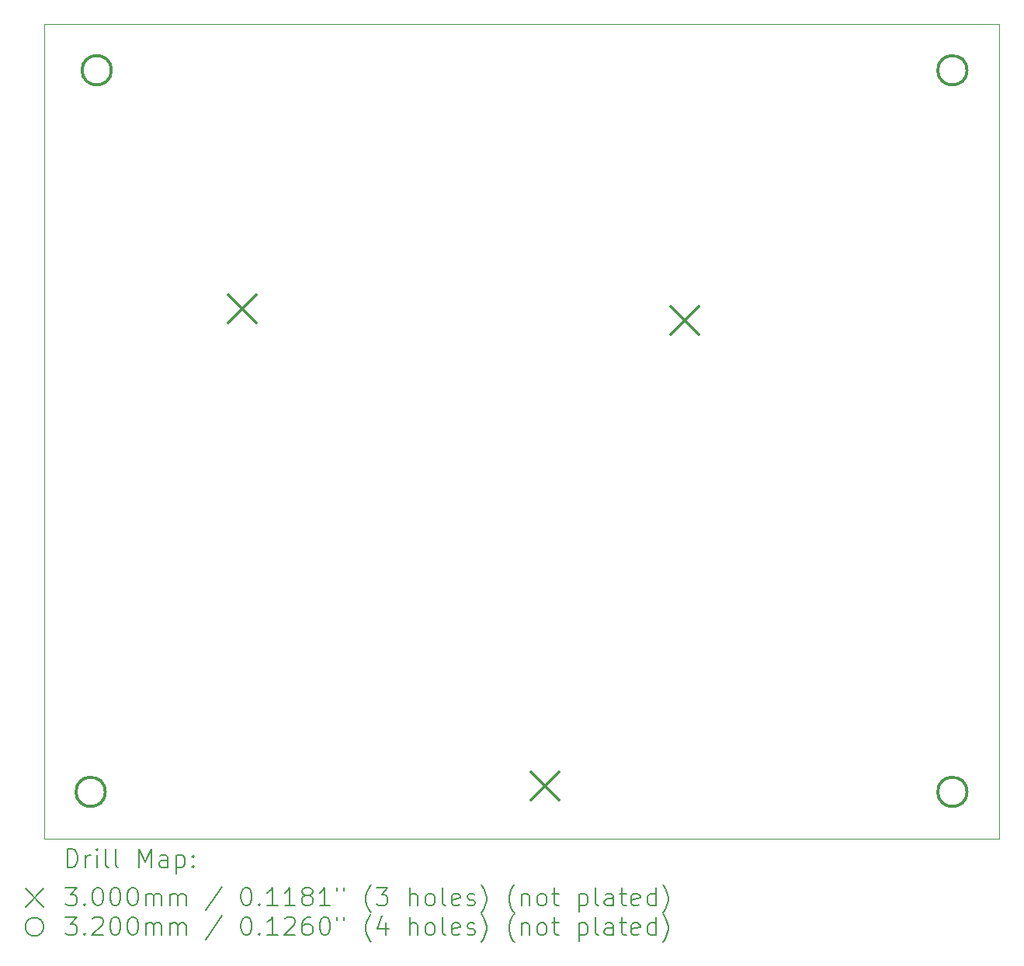
<source format=gbr>
%TF.GenerationSoftware,KiCad,Pcbnew,(6.0.11)*%
%TF.CreationDate,2023-03-02T21:40:19-06:00*%
%TF.ProjectId,STM,53544d2e-6b69-4636-9164-5f7063625858,rev?*%
%TF.SameCoordinates,Original*%
%TF.FileFunction,Drillmap*%
%TF.FilePolarity,Positive*%
%FSLAX45Y45*%
G04 Gerber Fmt 4.5, Leading zero omitted, Abs format (unit mm)*
G04 Created by KiCad (PCBNEW (6.0.11)) date 2023-03-02 21:40:19*
%MOMM*%
%LPD*%
G01*
G04 APERTURE LIST*
%ADD10C,0.100000*%
%ADD11C,0.200000*%
%ADD12C,0.300000*%
%ADD13C,0.320000*%
G04 APERTURE END LIST*
D10*
X5334000Y-14478000D02*
X15748000Y-14478000D01*
X5334000Y-5588000D02*
X5334000Y-14478000D01*
X15748000Y-5588000D02*
X5334000Y-5588000D01*
X15748000Y-14478000D02*
X15748000Y-5588000D01*
D11*
D12*
X7343000Y-8551000D02*
X7643000Y-8851000D01*
X7643000Y-8551000D02*
X7343000Y-8851000D01*
X10645000Y-13758000D02*
X10945000Y-14058000D01*
X10945000Y-13758000D02*
X10645000Y-14058000D01*
X12169000Y-8678000D02*
X12469000Y-8978000D01*
X12469000Y-8678000D02*
X12169000Y-8978000D01*
D13*
X6002000Y-13970000D02*
G75*
G03*
X6002000Y-13970000I-160000J0D01*
G01*
X6068000Y-6096000D02*
G75*
G03*
X6068000Y-6096000I-160000J0D01*
G01*
X15400000Y-6096000D02*
G75*
G03*
X15400000Y-6096000I-160000J0D01*
G01*
X15400000Y-13970000D02*
G75*
G03*
X15400000Y-13970000I-160000J0D01*
G01*
D11*
X5586619Y-14793476D02*
X5586619Y-14593476D01*
X5634238Y-14593476D01*
X5662809Y-14603000D01*
X5681857Y-14622048D01*
X5691381Y-14641095D01*
X5700905Y-14679190D01*
X5700905Y-14707762D01*
X5691381Y-14745857D01*
X5681857Y-14764905D01*
X5662809Y-14783952D01*
X5634238Y-14793476D01*
X5586619Y-14793476D01*
X5786619Y-14793476D02*
X5786619Y-14660143D01*
X5786619Y-14698238D02*
X5796143Y-14679190D01*
X5805667Y-14669667D01*
X5824714Y-14660143D01*
X5843762Y-14660143D01*
X5910428Y-14793476D02*
X5910428Y-14660143D01*
X5910428Y-14593476D02*
X5900905Y-14603000D01*
X5910428Y-14612524D01*
X5919952Y-14603000D01*
X5910428Y-14593476D01*
X5910428Y-14612524D01*
X6034238Y-14793476D02*
X6015190Y-14783952D01*
X6005667Y-14764905D01*
X6005667Y-14593476D01*
X6139000Y-14793476D02*
X6119952Y-14783952D01*
X6110428Y-14764905D01*
X6110428Y-14593476D01*
X6367571Y-14793476D02*
X6367571Y-14593476D01*
X6434238Y-14736333D01*
X6500905Y-14593476D01*
X6500905Y-14793476D01*
X6681857Y-14793476D02*
X6681857Y-14688714D01*
X6672333Y-14669667D01*
X6653286Y-14660143D01*
X6615190Y-14660143D01*
X6596143Y-14669667D01*
X6681857Y-14783952D02*
X6662809Y-14793476D01*
X6615190Y-14793476D01*
X6596143Y-14783952D01*
X6586619Y-14764905D01*
X6586619Y-14745857D01*
X6596143Y-14726809D01*
X6615190Y-14717286D01*
X6662809Y-14717286D01*
X6681857Y-14707762D01*
X6777095Y-14660143D02*
X6777095Y-14860143D01*
X6777095Y-14669667D02*
X6796143Y-14660143D01*
X6834238Y-14660143D01*
X6853286Y-14669667D01*
X6862809Y-14679190D01*
X6872333Y-14698238D01*
X6872333Y-14755381D01*
X6862809Y-14774428D01*
X6853286Y-14783952D01*
X6834238Y-14793476D01*
X6796143Y-14793476D01*
X6777095Y-14783952D01*
X6958048Y-14774428D02*
X6967571Y-14783952D01*
X6958048Y-14793476D01*
X6948524Y-14783952D01*
X6958048Y-14774428D01*
X6958048Y-14793476D01*
X6958048Y-14669667D02*
X6967571Y-14679190D01*
X6958048Y-14688714D01*
X6948524Y-14679190D01*
X6958048Y-14669667D01*
X6958048Y-14688714D01*
X5129000Y-15023000D02*
X5329000Y-15223000D01*
X5329000Y-15023000D02*
X5129000Y-15223000D01*
X5567571Y-15013476D02*
X5691381Y-15013476D01*
X5624714Y-15089667D01*
X5653286Y-15089667D01*
X5672333Y-15099190D01*
X5681857Y-15108714D01*
X5691381Y-15127762D01*
X5691381Y-15175381D01*
X5681857Y-15194428D01*
X5672333Y-15203952D01*
X5653286Y-15213476D01*
X5596143Y-15213476D01*
X5577095Y-15203952D01*
X5567571Y-15194428D01*
X5777095Y-15194428D02*
X5786619Y-15203952D01*
X5777095Y-15213476D01*
X5767571Y-15203952D01*
X5777095Y-15194428D01*
X5777095Y-15213476D01*
X5910428Y-15013476D02*
X5929476Y-15013476D01*
X5948524Y-15023000D01*
X5958048Y-15032524D01*
X5967571Y-15051571D01*
X5977095Y-15089667D01*
X5977095Y-15137286D01*
X5967571Y-15175381D01*
X5958048Y-15194428D01*
X5948524Y-15203952D01*
X5929476Y-15213476D01*
X5910428Y-15213476D01*
X5891381Y-15203952D01*
X5881857Y-15194428D01*
X5872333Y-15175381D01*
X5862809Y-15137286D01*
X5862809Y-15089667D01*
X5872333Y-15051571D01*
X5881857Y-15032524D01*
X5891381Y-15023000D01*
X5910428Y-15013476D01*
X6100905Y-15013476D02*
X6119952Y-15013476D01*
X6139000Y-15023000D01*
X6148524Y-15032524D01*
X6158048Y-15051571D01*
X6167571Y-15089667D01*
X6167571Y-15137286D01*
X6158048Y-15175381D01*
X6148524Y-15194428D01*
X6139000Y-15203952D01*
X6119952Y-15213476D01*
X6100905Y-15213476D01*
X6081857Y-15203952D01*
X6072333Y-15194428D01*
X6062809Y-15175381D01*
X6053286Y-15137286D01*
X6053286Y-15089667D01*
X6062809Y-15051571D01*
X6072333Y-15032524D01*
X6081857Y-15023000D01*
X6100905Y-15013476D01*
X6291381Y-15013476D02*
X6310428Y-15013476D01*
X6329476Y-15023000D01*
X6339000Y-15032524D01*
X6348524Y-15051571D01*
X6358048Y-15089667D01*
X6358048Y-15137286D01*
X6348524Y-15175381D01*
X6339000Y-15194428D01*
X6329476Y-15203952D01*
X6310428Y-15213476D01*
X6291381Y-15213476D01*
X6272333Y-15203952D01*
X6262809Y-15194428D01*
X6253286Y-15175381D01*
X6243762Y-15137286D01*
X6243762Y-15089667D01*
X6253286Y-15051571D01*
X6262809Y-15032524D01*
X6272333Y-15023000D01*
X6291381Y-15013476D01*
X6443762Y-15213476D02*
X6443762Y-15080143D01*
X6443762Y-15099190D02*
X6453286Y-15089667D01*
X6472333Y-15080143D01*
X6500905Y-15080143D01*
X6519952Y-15089667D01*
X6529476Y-15108714D01*
X6529476Y-15213476D01*
X6529476Y-15108714D02*
X6539000Y-15089667D01*
X6558048Y-15080143D01*
X6586619Y-15080143D01*
X6605667Y-15089667D01*
X6615190Y-15108714D01*
X6615190Y-15213476D01*
X6710428Y-15213476D02*
X6710428Y-15080143D01*
X6710428Y-15099190D02*
X6719952Y-15089667D01*
X6739000Y-15080143D01*
X6767571Y-15080143D01*
X6786619Y-15089667D01*
X6796143Y-15108714D01*
X6796143Y-15213476D01*
X6796143Y-15108714D02*
X6805667Y-15089667D01*
X6824714Y-15080143D01*
X6853286Y-15080143D01*
X6872333Y-15089667D01*
X6881857Y-15108714D01*
X6881857Y-15213476D01*
X7272333Y-15003952D02*
X7100905Y-15261095D01*
X7529476Y-15013476D02*
X7548524Y-15013476D01*
X7567571Y-15023000D01*
X7577095Y-15032524D01*
X7586619Y-15051571D01*
X7596143Y-15089667D01*
X7596143Y-15137286D01*
X7586619Y-15175381D01*
X7577095Y-15194428D01*
X7567571Y-15203952D01*
X7548524Y-15213476D01*
X7529476Y-15213476D01*
X7510428Y-15203952D01*
X7500905Y-15194428D01*
X7491381Y-15175381D01*
X7481857Y-15137286D01*
X7481857Y-15089667D01*
X7491381Y-15051571D01*
X7500905Y-15032524D01*
X7510428Y-15023000D01*
X7529476Y-15013476D01*
X7681857Y-15194428D02*
X7691381Y-15203952D01*
X7681857Y-15213476D01*
X7672333Y-15203952D01*
X7681857Y-15194428D01*
X7681857Y-15213476D01*
X7881857Y-15213476D02*
X7767571Y-15213476D01*
X7824714Y-15213476D02*
X7824714Y-15013476D01*
X7805667Y-15042048D01*
X7786619Y-15061095D01*
X7767571Y-15070619D01*
X8072333Y-15213476D02*
X7958048Y-15213476D01*
X8015190Y-15213476D02*
X8015190Y-15013476D01*
X7996143Y-15042048D01*
X7977095Y-15061095D01*
X7958048Y-15070619D01*
X8186619Y-15099190D02*
X8167571Y-15089667D01*
X8158048Y-15080143D01*
X8148524Y-15061095D01*
X8148524Y-15051571D01*
X8158048Y-15032524D01*
X8167571Y-15023000D01*
X8186619Y-15013476D01*
X8224714Y-15013476D01*
X8243762Y-15023000D01*
X8253286Y-15032524D01*
X8262809Y-15051571D01*
X8262809Y-15061095D01*
X8253286Y-15080143D01*
X8243762Y-15089667D01*
X8224714Y-15099190D01*
X8186619Y-15099190D01*
X8167571Y-15108714D01*
X8158048Y-15118238D01*
X8148524Y-15137286D01*
X8148524Y-15175381D01*
X8158048Y-15194428D01*
X8167571Y-15203952D01*
X8186619Y-15213476D01*
X8224714Y-15213476D01*
X8243762Y-15203952D01*
X8253286Y-15194428D01*
X8262809Y-15175381D01*
X8262809Y-15137286D01*
X8253286Y-15118238D01*
X8243762Y-15108714D01*
X8224714Y-15099190D01*
X8453286Y-15213476D02*
X8339000Y-15213476D01*
X8396143Y-15213476D02*
X8396143Y-15013476D01*
X8377095Y-15042048D01*
X8358048Y-15061095D01*
X8339000Y-15070619D01*
X8529476Y-15013476D02*
X8529476Y-15051571D01*
X8605667Y-15013476D02*
X8605667Y-15051571D01*
X8900905Y-15289667D02*
X8891381Y-15280143D01*
X8872333Y-15251571D01*
X8862810Y-15232524D01*
X8853286Y-15203952D01*
X8843762Y-15156333D01*
X8843762Y-15118238D01*
X8853286Y-15070619D01*
X8862810Y-15042048D01*
X8872333Y-15023000D01*
X8891381Y-14994428D01*
X8900905Y-14984905D01*
X8958048Y-15013476D02*
X9081857Y-15013476D01*
X9015190Y-15089667D01*
X9043762Y-15089667D01*
X9062810Y-15099190D01*
X9072333Y-15108714D01*
X9081857Y-15127762D01*
X9081857Y-15175381D01*
X9072333Y-15194428D01*
X9062810Y-15203952D01*
X9043762Y-15213476D01*
X8986619Y-15213476D01*
X8967571Y-15203952D01*
X8958048Y-15194428D01*
X9319952Y-15213476D02*
X9319952Y-15013476D01*
X9405667Y-15213476D02*
X9405667Y-15108714D01*
X9396143Y-15089667D01*
X9377095Y-15080143D01*
X9348524Y-15080143D01*
X9329476Y-15089667D01*
X9319952Y-15099190D01*
X9529476Y-15213476D02*
X9510429Y-15203952D01*
X9500905Y-15194428D01*
X9491381Y-15175381D01*
X9491381Y-15118238D01*
X9500905Y-15099190D01*
X9510429Y-15089667D01*
X9529476Y-15080143D01*
X9558048Y-15080143D01*
X9577095Y-15089667D01*
X9586619Y-15099190D01*
X9596143Y-15118238D01*
X9596143Y-15175381D01*
X9586619Y-15194428D01*
X9577095Y-15203952D01*
X9558048Y-15213476D01*
X9529476Y-15213476D01*
X9710429Y-15213476D02*
X9691381Y-15203952D01*
X9681857Y-15184905D01*
X9681857Y-15013476D01*
X9862810Y-15203952D02*
X9843762Y-15213476D01*
X9805667Y-15213476D01*
X9786619Y-15203952D01*
X9777095Y-15184905D01*
X9777095Y-15108714D01*
X9786619Y-15089667D01*
X9805667Y-15080143D01*
X9843762Y-15080143D01*
X9862810Y-15089667D01*
X9872333Y-15108714D01*
X9872333Y-15127762D01*
X9777095Y-15146809D01*
X9948524Y-15203952D02*
X9967571Y-15213476D01*
X10005667Y-15213476D01*
X10024714Y-15203952D01*
X10034238Y-15184905D01*
X10034238Y-15175381D01*
X10024714Y-15156333D01*
X10005667Y-15146809D01*
X9977095Y-15146809D01*
X9958048Y-15137286D01*
X9948524Y-15118238D01*
X9948524Y-15108714D01*
X9958048Y-15089667D01*
X9977095Y-15080143D01*
X10005667Y-15080143D01*
X10024714Y-15089667D01*
X10100905Y-15289667D02*
X10110429Y-15280143D01*
X10129476Y-15251571D01*
X10139000Y-15232524D01*
X10148524Y-15203952D01*
X10158048Y-15156333D01*
X10158048Y-15118238D01*
X10148524Y-15070619D01*
X10139000Y-15042048D01*
X10129476Y-15023000D01*
X10110429Y-14994428D01*
X10100905Y-14984905D01*
X10462810Y-15289667D02*
X10453286Y-15280143D01*
X10434238Y-15251571D01*
X10424714Y-15232524D01*
X10415190Y-15203952D01*
X10405667Y-15156333D01*
X10405667Y-15118238D01*
X10415190Y-15070619D01*
X10424714Y-15042048D01*
X10434238Y-15023000D01*
X10453286Y-14994428D01*
X10462810Y-14984905D01*
X10539000Y-15080143D02*
X10539000Y-15213476D01*
X10539000Y-15099190D02*
X10548524Y-15089667D01*
X10567571Y-15080143D01*
X10596143Y-15080143D01*
X10615190Y-15089667D01*
X10624714Y-15108714D01*
X10624714Y-15213476D01*
X10748524Y-15213476D02*
X10729476Y-15203952D01*
X10719952Y-15194428D01*
X10710429Y-15175381D01*
X10710429Y-15118238D01*
X10719952Y-15099190D01*
X10729476Y-15089667D01*
X10748524Y-15080143D01*
X10777095Y-15080143D01*
X10796143Y-15089667D01*
X10805667Y-15099190D01*
X10815190Y-15118238D01*
X10815190Y-15175381D01*
X10805667Y-15194428D01*
X10796143Y-15203952D01*
X10777095Y-15213476D01*
X10748524Y-15213476D01*
X10872333Y-15080143D02*
X10948524Y-15080143D01*
X10900905Y-15013476D02*
X10900905Y-15184905D01*
X10910429Y-15203952D01*
X10929476Y-15213476D01*
X10948524Y-15213476D01*
X11167571Y-15080143D02*
X11167571Y-15280143D01*
X11167571Y-15089667D02*
X11186619Y-15080143D01*
X11224714Y-15080143D01*
X11243762Y-15089667D01*
X11253286Y-15099190D01*
X11262809Y-15118238D01*
X11262809Y-15175381D01*
X11253286Y-15194428D01*
X11243762Y-15203952D01*
X11224714Y-15213476D01*
X11186619Y-15213476D01*
X11167571Y-15203952D01*
X11377095Y-15213476D02*
X11358048Y-15203952D01*
X11348524Y-15184905D01*
X11348524Y-15013476D01*
X11539000Y-15213476D02*
X11539000Y-15108714D01*
X11529476Y-15089667D01*
X11510428Y-15080143D01*
X11472333Y-15080143D01*
X11453286Y-15089667D01*
X11539000Y-15203952D02*
X11519952Y-15213476D01*
X11472333Y-15213476D01*
X11453286Y-15203952D01*
X11443762Y-15184905D01*
X11443762Y-15165857D01*
X11453286Y-15146809D01*
X11472333Y-15137286D01*
X11519952Y-15137286D01*
X11539000Y-15127762D01*
X11605667Y-15080143D02*
X11681857Y-15080143D01*
X11634238Y-15013476D02*
X11634238Y-15184905D01*
X11643762Y-15203952D01*
X11662809Y-15213476D01*
X11681857Y-15213476D01*
X11824714Y-15203952D02*
X11805667Y-15213476D01*
X11767571Y-15213476D01*
X11748524Y-15203952D01*
X11739000Y-15184905D01*
X11739000Y-15108714D01*
X11748524Y-15089667D01*
X11767571Y-15080143D01*
X11805667Y-15080143D01*
X11824714Y-15089667D01*
X11834238Y-15108714D01*
X11834238Y-15127762D01*
X11739000Y-15146809D01*
X12005667Y-15213476D02*
X12005667Y-15013476D01*
X12005667Y-15203952D02*
X11986619Y-15213476D01*
X11948524Y-15213476D01*
X11929476Y-15203952D01*
X11919952Y-15194428D01*
X11910428Y-15175381D01*
X11910428Y-15118238D01*
X11919952Y-15099190D01*
X11929476Y-15089667D01*
X11948524Y-15080143D01*
X11986619Y-15080143D01*
X12005667Y-15089667D01*
X12081857Y-15289667D02*
X12091381Y-15280143D01*
X12110428Y-15251571D01*
X12119952Y-15232524D01*
X12129476Y-15203952D01*
X12139000Y-15156333D01*
X12139000Y-15118238D01*
X12129476Y-15070619D01*
X12119952Y-15042048D01*
X12110428Y-15023000D01*
X12091381Y-14994428D01*
X12081857Y-14984905D01*
X5329000Y-15443000D02*
G75*
G03*
X5329000Y-15443000I-100000J0D01*
G01*
X5567571Y-15333476D02*
X5691381Y-15333476D01*
X5624714Y-15409667D01*
X5653286Y-15409667D01*
X5672333Y-15419190D01*
X5681857Y-15428714D01*
X5691381Y-15447762D01*
X5691381Y-15495381D01*
X5681857Y-15514428D01*
X5672333Y-15523952D01*
X5653286Y-15533476D01*
X5596143Y-15533476D01*
X5577095Y-15523952D01*
X5567571Y-15514428D01*
X5777095Y-15514428D02*
X5786619Y-15523952D01*
X5777095Y-15533476D01*
X5767571Y-15523952D01*
X5777095Y-15514428D01*
X5777095Y-15533476D01*
X5862809Y-15352524D02*
X5872333Y-15343000D01*
X5891381Y-15333476D01*
X5939000Y-15333476D01*
X5958048Y-15343000D01*
X5967571Y-15352524D01*
X5977095Y-15371571D01*
X5977095Y-15390619D01*
X5967571Y-15419190D01*
X5853286Y-15533476D01*
X5977095Y-15533476D01*
X6100905Y-15333476D02*
X6119952Y-15333476D01*
X6139000Y-15343000D01*
X6148524Y-15352524D01*
X6158048Y-15371571D01*
X6167571Y-15409667D01*
X6167571Y-15457286D01*
X6158048Y-15495381D01*
X6148524Y-15514428D01*
X6139000Y-15523952D01*
X6119952Y-15533476D01*
X6100905Y-15533476D01*
X6081857Y-15523952D01*
X6072333Y-15514428D01*
X6062809Y-15495381D01*
X6053286Y-15457286D01*
X6053286Y-15409667D01*
X6062809Y-15371571D01*
X6072333Y-15352524D01*
X6081857Y-15343000D01*
X6100905Y-15333476D01*
X6291381Y-15333476D02*
X6310428Y-15333476D01*
X6329476Y-15343000D01*
X6339000Y-15352524D01*
X6348524Y-15371571D01*
X6358048Y-15409667D01*
X6358048Y-15457286D01*
X6348524Y-15495381D01*
X6339000Y-15514428D01*
X6329476Y-15523952D01*
X6310428Y-15533476D01*
X6291381Y-15533476D01*
X6272333Y-15523952D01*
X6262809Y-15514428D01*
X6253286Y-15495381D01*
X6243762Y-15457286D01*
X6243762Y-15409667D01*
X6253286Y-15371571D01*
X6262809Y-15352524D01*
X6272333Y-15343000D01*
X6291381Y-15333476D01*
X6443762Y-15533476D02*
X6443762Y-15400143D01*
X6443762Y-15419190D02*
X6453286Y-15409667D01*
X6472333Y-15400143D01*
X6500905Y-15400143D01*
X6519952Y-15409667D01*
X6529476Y-15428714D01*
X6529476Y-15533476D01*
X6529476Y-15428714D02*
X6539000Y-15409667D01*
X6558048Y-15400143D01*
X6586619Y-15400143D01*
X6605667Y-15409667D01*
X6615190Y-15428714D01*
X6615190Y-15533476D01*
X6710428Y-15533476D02*
X6710428Y-15400143D01*
X6710428Y-15419190D02*
X6719952Y-15409667D01*
X6739000Y-15400143D01*
X6767571Y-15400143D01*
X6786619Y-15409667D01*
X6796143Y-15428714D01*
X6796143Y-15533476D01*
X6796143Y-15428714D02*
X6805667Y-15409667D01*
X6824714Y-15400143D01*
X6853286Y-15400143D01*
X6872333Y-15409667D01*
X6881857Y-15428714D01*
X6881857Y-15533476D01*
X7272333Y-15323952D02*
X7100905Y-15581095D01*
X7529476Y-15333476D02*
X7548524Y-15333476D01*
X7567571Y-15343000D01*
X7577095Y-15352524D01*
X7586619Y-15371571D01*
X7596143Y-15409667D01*
X7596143Y-15457286D01*
X7586619Y-15495381D01*
X7577095Y-15514428D01*
X7567571Y-15523952D01*
X7548524Y-15533476D01*
X7529476Y-15533476D01*
X7510428Y-15523952D01*
X7500905Y-15514428D01*
X7491381Y-15495381D01*
X7481857Y-15457286D01*
X7481857Y-15409667D01*
X7491381Y-15371571D01*
X7500905Y-15352524D01*
X7510428Y-15343000D01*
X7529476Y-15333476D01*
X7681857Y-15514428D02*
X7691381Y-15523952D01*
X7681857Y-15533476D01*
X7672333Y-15523952D01*
X7681857Y-15514428D01*
X7681857Y-15533476D01*
X7881857Y-15533476D02*
X7767571Y-15533476D01*
X7824714Y-15533476D02*
X7824714Y-15333476D01*
X7805667Y-15362048D01*
X7786619Y-15381095D01*
X7767571Y-15390619D01*
X7958048Y-15352524D02*
X7967571Y-15343000D01*
X7986619Y-15333476D01*
X8034238Y-15333476D01*
X8053286Y-15343000D01*
X8062809Y-15352524D01*
X8072333Y-15371571D01*
X8072333Y-15390619D01*
X8062809Y-15419190D01*
X7948524Y-15533476D01*
X8072333Y-15533476D01*
X8243762Y-15333476D02*
X8205667Y-15333476D01*
X8186619Y-15343000D01*
X8177095Y-15352524D01*
X8158048Y-15381095D01*
X8148524Y-15419190D01*
X8148524Y-15495381D01*
X8158048Y-15514428D01*
X8167571Y-15523952D01*
X8186619Y-15533476D01*
X8224714Y-15533476D01*
X8243762Y-15523952D01*
X8253286Y-15514428D01*
X8262809Y-15495381D01*
X8262809Y-15447762D01*
X8253286Y-15428714D01*
X8243762Y-15419190D01*
X8224714Y-15409667D01*
X8186619Y-15409667D01*
X8167571Y-15419190D01*
X8158048Y-15428714D01*
X8148524Y-15447762D01*
X8386619Y-15333476D02*
X8405667Y-15333476D01*
X8424714Y-15343000D01*
X8434238Y-15352524D01*
X8443762Y-15371571D01*
X8453286Y-15409667D01*
X8453286Y-15457286D01*
X8443762Y-15495381D01*
X8434238Y-15514428D01*
X8424714Y-15523952D01*
X8405667Y-15533476D01*
X8386619Y-15533476D01*
X8367571Y-15523952D01*
X8358048Y-15514428D01*
X8348524Y-15495381D01*
X8339000Y-15457286D01*
X8339000Y-15409667D01*
X8348524Y-15371571D01*
X8358048Y-15352524D01*
X8367571Y-15343000D01*
X8386619Y-15333476D01*
X8529476Y-15333476D02*
X8529476Y-15371571D01*
X8605667Y-15333476D02*
X8605667Y-15371571D01*
X8900905Y-15609667D02*
X8891381Y-15600143D01*
X8872333Y-15571571D01*
X8862810Y-15552524D01*
X8853286Y-15523952D01*
X8843762Y-15476333D01*
X8843762Y-15438238D01*
X8853286Y-15390619D01*
X8862810Y-15362048D01*
X8872333Y-15343000D01*
X8891381Y-15314428D01*
X8900905Y-15304905D01*
X9062810Y-15400143D02*
X9062810Y-15533476D01*
X9015190Y-15323952D02*
X8967571Y-15466809D01*
X9091381Y-15466809D01*
X9319952Y-15533476D02*
X9319952Y-15333476D01*
X9405667Y-15533476D02*
X9405667Y-15428714D01*
X9396143Y-15409667D01*
X9377095Y-15400143D01*
X9348524Y-15400143D01*
X9329476Y-15409667D01*
X9319952Y-15419190D01*
X9529476Y-15533476D02*
X9510429Y-15523952D01*
X9500905Y-15514428D01*
X9491381Y-15495381D01*
X9491381Y-15438238D01*
X9500905Y-15419190D01*
X9510429Y-15409667D01*
X9529476Y-15400143D01*
X9558048Y-15400143D01*
X9577095Y-15409667D01*
X9586619Y-15419190D01*
X9596143Y-15438238D01*
X9596143Y-15495381D01*
X9586619Y-15514428D01*
X9577095Y-15523952D01*
X9558048Y-15533476D01*
X9529476Y-15533476D01*
X9710429Y-15533476D02*
X9691381Y-15523952D01*
X9681857Y-15504905D01*
X9681857Y-15333476D01*
X9862810Y-15523952D02*
X9843762Y-15533476D01*
X9805667Y-15533476D01*
X9786619Y-15523952D01*
X9777095Y-15504905D01*
X9777095Y-15428714D01*
X9786619Y-15409667D01*
X9805667Y-15400143D01*
X9843762Y-15400143D01*
X9862810Y-15409667D01*
X9872333Y-15428714D01*
X9872333Y-15447762D01*
X9777095Y-15466809D01*
X9948524Y-15523952D02*
X9967571Y-15533476D01*
X10005667Y-15533476D01*
X10024714Y-15523952D01*
X10034238Y-15504905D01*
X10034238Y-15495381D01*
X10024714Y-15476333D01*
X10005667Y-15466809D01*
X9977095Y-15466809D01*
X9958048Y-15457286D01*
X9948524Y-15438238D01*
X9948524Y-15428714D01*
X9958048Y-15409667D01*
X9977095Y-15400143D01*
X10005667Y-15400143D01*
X10024714Y-15409667D01*
X10100905Y-15609667D02*
X10110429Y-15600143D01*
X10129476Y-15571571D01*
X10139000Y-15552524D01*
X10148524Y-15523952D01*
X10158048Y-15476333D01*
X10158048Y-15438238D01*
X10148524Y-15390619D01*
X10139000Y-15362048D01*
X10129476Y-15343000D01*
X10110429Y-15314428D01*
X10100905Y-15304905D01*
X10462810Y-15609667D02*
X10453286Y-15600143D01*
X10434238Y-15571571D01*
X10424714Y-15552524D01*
X10415190Y-15523952D01*
X10405667Y-15476333D01*
X10405667Y-15438238D01*
X10415190Y-15390619D01*
X10424714Y-15362048D01*
X10434238Y-15343000D01*
X10453286Y-15314428D01*
X10462810Y-15304905D01*
X10539000Y-15400143D02*
X10539000Y-15533476D01*
X10539000Y-15419190D02*
X10548524Y-15409667D01*
X10567571Y-15400143D01*
X10596143Y-15400143D01*
X10615190Y-15409667D01*
X10624714Y-15428714D01*
X10624714Y-15533476D01*
X10748524Y-15533476D02*
X10729476Y-15523952D01*
X10719952Y-15514428D01*
X10710429Y-15495381D01*
X10710429Y-15438238D01*
X10719952Y-15419190D01*
X10729476Y-15409667D01*
X10748524Y-15400143D01*
X10777095Y-15400143D01*
X10796143Y-15409667D01*
X10805667Y-15419190D01*
X10815190Y-15438238D01*
X10815190Y-15495381D01*
X10805667Y-15514428D01*
X10796143Y-15523952D01*
X10777095Y-15533476D01*
X10748524Y-15533476D01*
X10872333Y-15400143D02*
X10948524Y-15400143D01*
X10900905Y-15333476D02*
X10900905Y-15504905D01*
X10910429Y-15523952D01*
X10929476Y-15533476D01*
X10948524Y-15533476D01*
X11167571Y-15400143D02*
X11167571Y-15600143D01*
X11167571Y-15409667D02*
X11186619Y-15400143D01*
X11224714Y-15400143D01*
X11243762Y-15409667D01*
X11253286Y-15419190D01*
X11262809Y-15438238D01*
X11262809Y-15495381D01*
X11253286Y-15514428D01*
X11243762Y-15523952D01*
X11224714Y-15533476D01*
X11186619Y-15533476D01*
X11167571Y-15523952D01*
X11377095Y-15533476D02*
X11358048Y-15523952D01*
X11348524Y-15504905D01*
X11348524Y-15333476D01*
X11539000Y-15533476D02*
X11539000Y-15428714D01*
X11529476Y-15409667D01*
X11510428Y-15400143D01*
X11472333Y-15400143D01*
X11453286Y-15409667D01*
X11539000Y-15523952D02*
X11519952Y-15533476D01*
X11472333Y-15533476D01*
X11453286Y-15523952D01*
X11443762Y-15504905D01*
X11443762Y-15485857D01*
X11453286Y-15466809D01*
X11472333Y-15457286D01*
X11519952Y-15457286D01*
X11539000Y-15447762D01*
X11605667Y-15400143D02*
X11681857Y-15400143D01*
X11634238Y-15333476D02*
X11634238Y-15504905D01*
X11643762Y-15523952D01*
X11662809Y-15533476D01*
X11681857Y-15533476D01*
X11824714Y-15523952D02*
X11805667Y-15533476D01*
X11767571Y-15533476D01*
X11748524Y-15523952D01*
X11739000Y-15504905D01*
X11739000Y-15428714D01*
X11748524Y-15409667D01*
X11767571Y-15400143D01*
X11805667Y-15400143D01*
X11824714Y-15409667D01*
X11834238Y-15428714D01*
X11834238Y-15447762D01*
X11739000Y-15466809D01*
X12005667Y-15533476D02*
X12005667Y-15333476D01*
X12005667Y-15523952D02*
X11986619Y-15533476D01*
X11948524Y-15533476D01*
X11929476Y-15523952D01*
X11919952Y-15514428D01*
X11910428Y-15495381D01*
X11910428Y-15438238D01*
X11919952Y-15419190D01*
X11929476Y-15409667D01*
X11948524Y-15400143D01*
X11986619Y-15400143D01*
X12005667Y-15409667D01*
X12081857Y-15609667D02*
X12091381Y-15600143D01*
X12110428Y-15571571D01*
X12119952Y-15552524D01*
X12129476Y-15523952D01*
X12139000Y-15476333D01*
X12139000Y-15438238D01*
X12129476Y-15390619D01*
X12119952Y-15362048D01*
X12110428Y-15343000D01*
X12091381Y-15314428D01*
X12081857Y-15304905D01*
M02*

</source>
